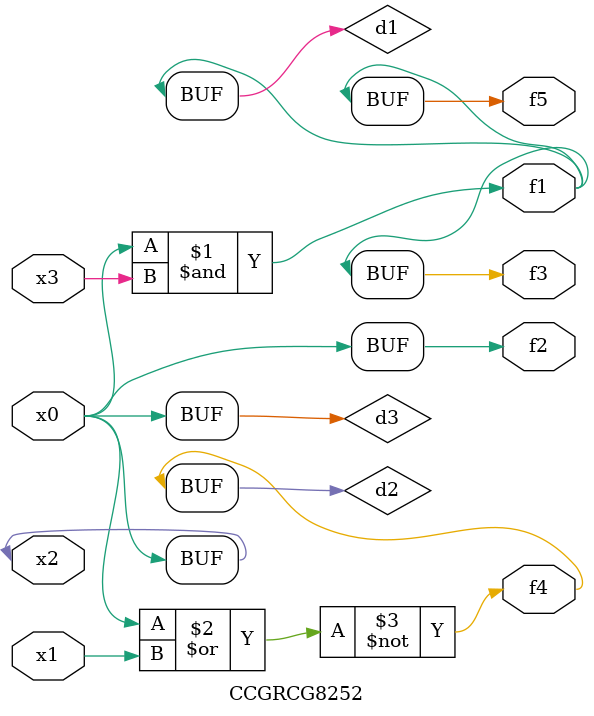
<source format=v>
module CCGRCG8252(
	input x0, x1, x2, x3,
	output f1, f2, f3, f4, f5
);

	wire d1, d2, d3;

	and (d1, x2, x3);
	nor (d2, x0, x1);
	buf (d3, x0, x2);
	assign f1 = d1;
	assign f2 = d3;
	assign f3 = d1;
	assign f4 = d2;
	assign f5 = d1;
endmodule

</source>
